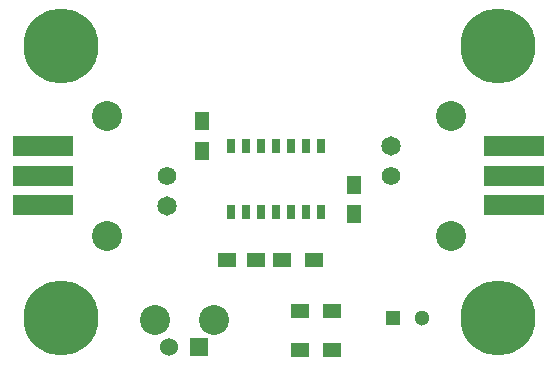
<source format=gbr>
G04 #@! TF.FileFunction,Soldermask,Top*
%FSLAX46Y46*%
G04 Gerber Fmt 4.6, Leading zero omitted, Abs format (unit mm)*
G04 Created by KiCad (PCBNEW (after 2015-mar-04 BZR unknown)-product) date 9/5/2017 9:59:39 AM*
%MOMM*%
G01*
G04 APERTURE LIST*
%ADD10C,0.150000*%
%ADD11C,2.540000*%
%ADD12R,0.635000X1.270000*%
%ADD13C,6.350000*%
%ADD14C,1.574800*%
%ADD15C,1.651000*%
%ADD16R,1.524000X1.524000*%
%ADD17C,1.524000*%
%ADD18R,1.300000X1.300000*%
%ADD19C,1.300000*%
%ADD20R,1.500000X1.250000*%
%ADD21R,1.250000X1.500000*%
%ADD22R,1.500000X1.300000*%
%ADD23R,5.080000X1.750000*%
G04 APERTURE END LIST*
D10*
D11*
X17018000Y-27178000D03*
X12018000Y-27178000D03*
D12*
X18415000Y-18034000D03*
X19685000Y-18034000D03*
X20955000Y-18034000D03*
X22225000Y-18034000D03*
X23495000Y-18034000D03*
X24765000Y-18034000D03*
X26035000Y-18034000D03*
X26035000Y-12446000D03*
X24765000Y-12446000D03*
X23495000Y-12446000D03*
X22225000Y-12446000D03*
X20955000Y-12446000D03*
X19685000Y-12446000D03*
X18415000Y-12446000D03*
D13*
X4000000Y-27030000D03*
X41000000Y-4030000D03*
X4000000Y-4030000D03*
D14*
X13000000Y-15030000D03*
D15*
X13000000Y-17570000D03*
D11*
X7920000Y-20110000D03*
X7920000Y-9950000D03*
D13*
X41000000Y-27030000D03*
D14*
X32000000Y-15030000D03*
D15*
X32000000Y-12490000D03*
D11*
X37080000Y-9950000D03*
X37080000Y-20110000D03*
D16*
X15748000Y-29464000D03*
D17*
X13208000Y-29464000D03*
D18*
X32131000Y-27051000D03*
D19*
X34631000Y-27051000D03*
D20*
X20554000Y-22098000D03*
X18054000Y-22098000D03*
D21*
X16000000Y-12880000D03*
X16000000Y-10380000D03*
X28829000Y-15768000D03*
X28829000Y-18268000D03*
D22*
X27004000Y-29718000D03*
X24304000Y-29718000D03*
X22780000Y-22098000D03*
X25480000Y-22098000D03*
X24304000Y-26416000D03*
X27004000Y-26416000D03*
D23*
X2540000Y-12486000D03*
X2540000Y-17486000D03*
X2540000Y-14986000D03*
X42418000Y-17486000D03*
X42418000Y-12486000D03*
X42418000Y-14986000D03*
M02*

</source>
